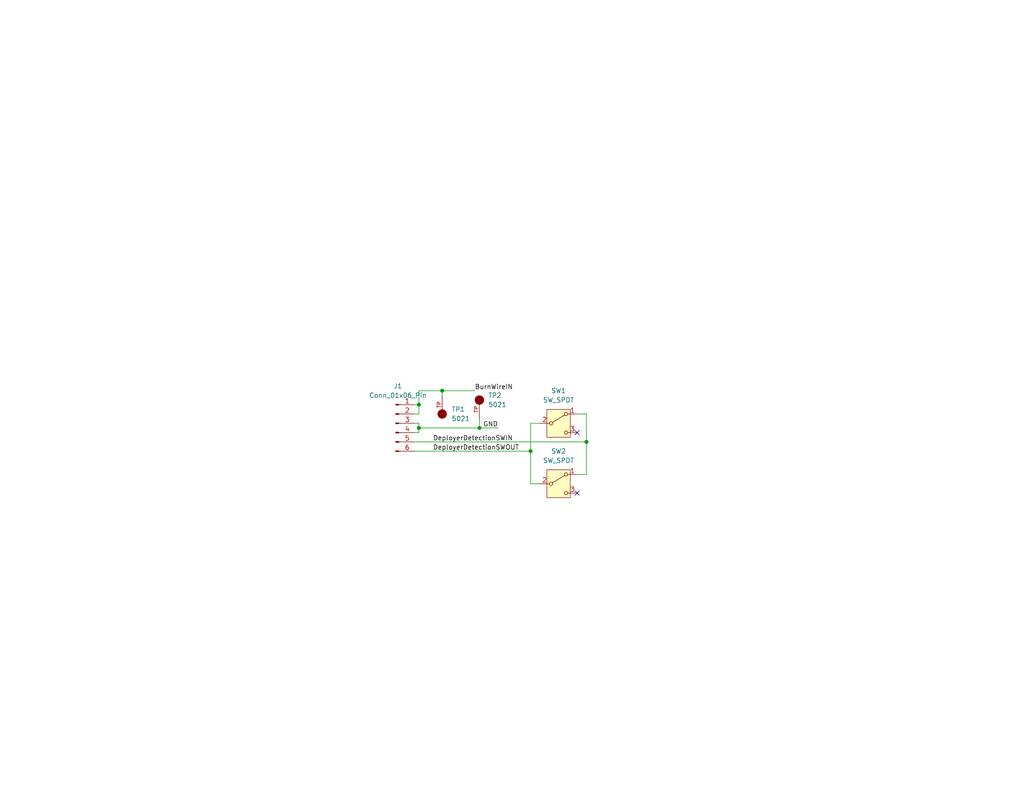
<source format=kicad_sch>
(kicad_sch (version 20231120) (generator "eeschema") (generator_version "8.0")
  (paper "USLetter")
  (title_block (title "Antenna Burn Wire PCB") (date "2024-09-11") (company "Student Satellite Program, IIT Bombay") (comment 1 "Author : Tanish Raghute"))
  (lib_symbols
    (symbol "5021:5021" (pin_names (offset 1.016))
      (property "Reference" "TP" (at -2.5444 2.5415 0))
      (property "Value" "5021" (at -2.55 -5.0866 0))
      (symbol "5021_0_0"
        (circle (center 0 0) (radius 0.635) (stroke (width 1.27)))
        (pin passive line (at -5.08 0 0) (length 5.08) (name "~") (number "TP"))
      )
    )
    (symbol "Connector:Conn_01x06_Pin" (pin_names (offset 1.016) hide)
      (property "Reference" "J" (at 0 7.62 0))
      (property "Value" "Conn_01x06_Pin" (at 0 -10.16 0))
      (symbol "Conn_01x06_Pin_1_1"
        (polyline (pts (xy 1.27 -7.62) (xy 0.8636 -7.62)) (stroke (width 0.1524)))
        (polyline (pts (xy 1.27 -5.08) (xy 0.8636 -5.08)) (stroke (width 0.1524)))
        (polyline (pts (xy 1.27 -2.54) (xy 0.8636 -2.54)) (stroke (width 0.1524)))
        (polyline (pts (xy 1.27 0) (xy 0.8636 0)) (stroke (width 0.1524)))
        (polyline (pts (xy 1.27 2.54) (xy 0.8636 2.54)) (stroke (width 0.1524)))
        (polyline (pts (xy 1.27 5.08) (xy 0.8636 5.08)) (stroke (width 0.1524)))
        (rectangle (start 0.8636 -7.493) (end 0 -7.747) (stroke (width 0.1524)) (fill (type outline)))
        (rectangle (start 0.8636 -4.953) (end 0 -5.207) (stroke (width 0.1524)) (fill (type outline)))
        (rectangle (start 0.8636 -2.413) (end 0 -2.667) (stroke (width 0.1524)) (fill (type outline)))
        (rectangle (start 0.8636 0.127) (end 0 -0.127) (stroke (width 0.1524)) (fill (type outline)))
        (rectangle (start 0.8636 2.667) (end 0 2.413) (stroke (width 0.1524)) (fill (type outline)))
        (rectangle (start 0.8636 5.207) (end 0 4.953) (stroke (width 0.1524)) (fill (type outline)))
        (pin passive line (at 5.08 5.08 180) (length 3.81) (name "Pin_1") (number "1"))
        (pin passive line (at 5.08 2.54 180) (length 3.81) (name "Pin_2") (number "2"))
        (pin passive line (at 5.08 0 180) (length 3.81) (name "Pin_3") (number "3"))
        (pin passive line (at 5.08 -2.54 180) (length 3.81) (name "Pin_4") (number "4"))
        (pin passive line (at 5.08 -5.08 180) (length 3.81) (name "Pin_5") (number "5"))
        (pin passive line (at 5.08 -7.62 180) (length 3.81) (name "Pin_6") (number "6"))
      )
    )
    (symbol "Switch:SW_SPDT" (pin_names (offset 0) hide)
      (property "Reference" "SW" (at 0 5.08 0))
      (property "Value" "SW_SPDT" (at 0 -5.08 0))
      (symbol "SW_SPDT_0_1"
        (circle (center -2.032 0) (radius 0.4572))
        (polyline (pts (xy -1.651 0.254) (xy 1.651 2.286)))
        (circle (center 2.032 -2.54) (radius 0.4572))
        (circle (center 2.032 2.54) (radius 0.4572))
      )
      (symbol "SW_SPDT_1_1"
        (rectangle (start -3.175 3.81) (end 3.175 -3.81) (fill (type background)))
        (pin passive line (at 5.08 2.54 180) (length 2.54) (name "A") (number "1"))
        (pin passive line (at -5.08 0 0) (length 2.54) (name "B") (number "2"))
        (pin passive line (at 5.08 -2.54 180) (length 2.54) (name "C") (number "3"))
      )
    )
  )
  (junction (at 120.65 106.68))
  (junction (at 114.3 110.49))
  (junction (at 160.02 120.65))
  (junction (at 144.78 123.19))
  (junction (at 114.3 116.84))
  (junction (at 130.81 116.84))
  (no_connect (at 157.48 118.11))
  (no_connect (at 157.48 134.62))
  (wire (pts (xy 130.81 116.84) (xy 135.89 116.84)))
  (wire (pts (xy 144.78 115.57) (xy 144.78 123.19)))
  (wire (pts (xy 113.03 115.57) (xy 114.3 115.57)))
  (wire (pts (xy 113.03 120.65) (xy 160.02 120.65)))
  (wire (pts (xy 120.65 106.68) (xy 129.54 106.68)))
  (wire (pts (xy 130.81 114.3) (xy 130.81 116.84)))
  (wire (pts (xy 160.02 120.65) (xy 160.02 129.54)))
  (wire (pts (xy 144.78 132.08) (xy 147.32 132.08)))
  (wire (pts (xy 113.03 118.11) (xy 114.3 118.11)))
  (wire (pts (xy 160.02 129.54) (xy 157.48 129.54)))
  (wire (pts (xy 144.78 123.19) (xy 144.78 132.08)))
  (wire (pts (xy 114.3 116.84) (xy 130.81 116.84)))
  (wire (pts (xy 160.02 113.03) (xy 160.02 120.65)))
  (wire (pts (xy 147.32 115.57) (xy 144.78 115.57)))
  (wire (pts (xy 120.65 106.68) (xy 120.65 107.95)))
  (wire (pts (xy 114.3 106.68) (xy 120.65 106.68)))
  (wire (pts (xy 157.48 113.03) (xy 160.02 113.03)))
  (wire (pts (xy 114.3 115.57) (xy 114.3 116.84)))
  (wire (pts (xy 114.3 106.68) (xy 114.3 110.49)))
  (wire (pts (xy 114.3 110.49) (xy 114.3 113.03)))
  (wire (pts (xy 114.3 110.49) (xy 113.03 110.49)))
  (wire (pts (xy 113.03 113.03) (xy 114.3 113.03)))
  (wire (pts (xy 113.03 123.19) (xy 144.78 123.19)))
  (wire (pts (xy 114.3 116.84) (xy 114.3 118.11)))
  (label "GND" (at 135.89 116.84 180))
  (label "DeployerDetectionSWOUT" (at 118.11 123.19 0))
  (label "DeployerDetectionSWIN" (at 118.11 120.65 0))
  (label "BurnWireIN" (at 129.54 106.68 0))
  (symbol (lib_id "5021:5021") (at 120.65 113.03 270) (unit 1)
    (property "Reference" "TP1" (at 123.19 111.7599 90) (effects (justify left)))
    (property "Value" "5021" (at 123.19 114.2999 90) (effects (justify left)))
    (property "Footprint" "5021:TP_5021" (effects (hide yes)))
    (property "PARTREV" "B" (effects (hide yes)))
    (property "MANUFACTURER" "Keystone Electronics" (effects (hide yes)))
    (property "SNAPEDA_PN" "5021" (effects (hide yes)))
    (property "MAXIMUM_PACKAGE_HEIGHT" "2.54 mm" (effects (hide yes)))
    (property "STANDARD" "Manufacturer Recommendations" (effects (hide yes)))
  )
  (symbol (lib_id "Switch:SW_SPDT") (at 152.4 132.08 0) (unit 1)
    (property "Reference" "SW2" (at 152.4 123.19 0))
    (property "Value" "SW_SPDT" (at 152.4 125.73 0))
    (property "Footprint" "D2F-L:D2F-L_OMR" (effects (hide yes)))
    (property "Description" "Switch, single pole double throw" (effects (hide yes)))
  )
  (symbol (lib_id "5021:5021") (at 130.81 109.22 90) (unit 1)
    (property "Reference" "TP2" (at 133.195 107.9499 90) (effects (justify right)))
    (property "Value" "5021" (at 133.195 110.4899 90) (effects (justify right)))
    (property "Footprint" "5021:TP_5021" (effects (hide yes)))
    (property "PARTREV" "B" (effects (hide yes)))
    (property "MANUFACTURER" "Keystone Electronics" (effects (hide yes)))
    (property "SNAPEDA_PN" "5021" (effects (hide yes)))
    (property "MAXIMUM_PACKAGE_HEIGHT" "2.54 mm" (effects (hide yes)))
    (property "STANDARD" "Manufacturer Recommendations" (effects (hide yes)))
  )
  (symbol (lib_id "Connector:Conn_01x06_Pin") (at 107.95 115.57 0) (unit 1)
    (property "Reference" "J1" (at 108.585 105.41 0))
    (property "Value" "Conn_01x06_Pin" (at 108.585 107.95 0))
    (property "Footprint" "Connector_PinHeader_2.54mm:PinHeader_1x06_P2.54mm_Vertical" (effects (hide yes)))
    (property "Description" "Generic connector, single row, 01x06, script generated" (effects (hide yes)))
  )
  (symbol (lib_id "Switch:SW_SPDT") (at 152.4 115.57 0) (unit 1)
    (property "Reference" "SW1" (at 152.4 106.68 0))
    (property "Value" "SW_SPDT" (at 152.4 109.22 0))
    (property "Footprint" "D2F-L:D2F-L_OMR" (effects (hide yes)))
    (property "Description" "Switch, single pole double throw" (effects (hide yes)))
  )
)
</source>
